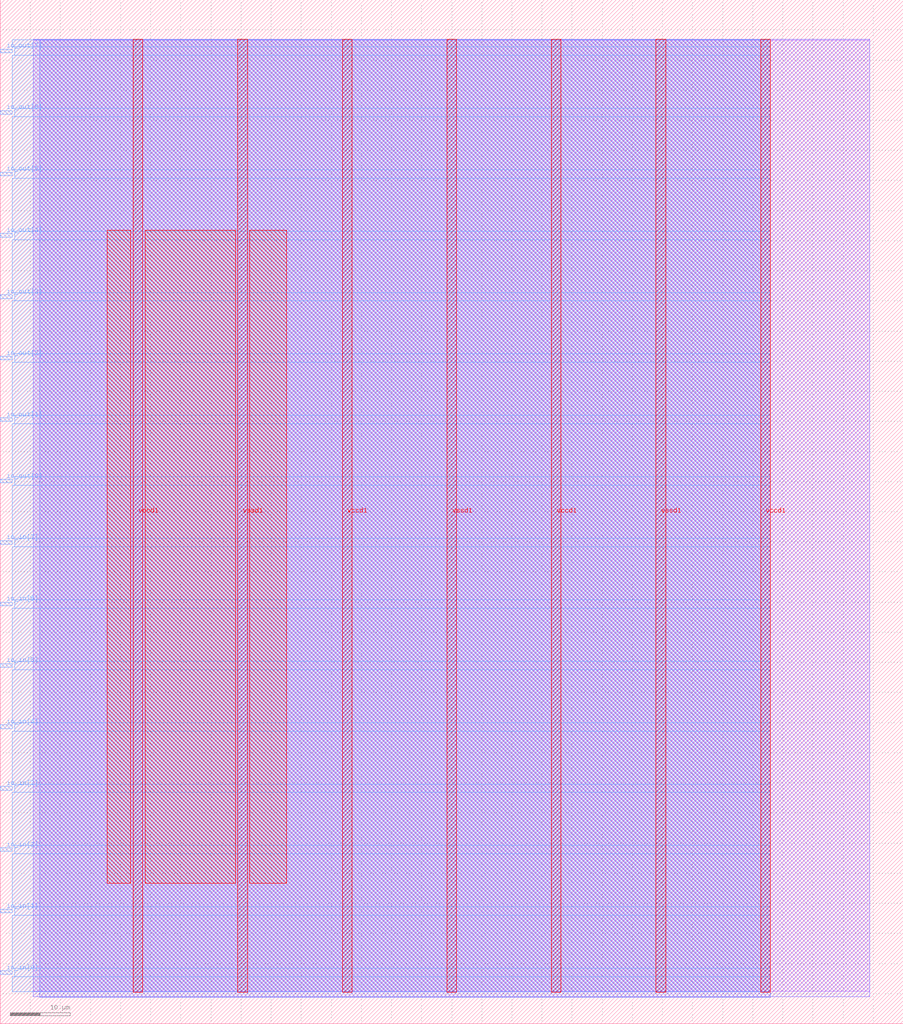
<source format=lef>
VERSION 5.7 ;
  NOWIREEXTENSIONATPIN ON ;
  DIVIDERCHAR "/" ;
  BUSBITCHARS "[]" ;
MACRO user_module_nickoe
  CLASS BLOCK ;
  FOREIGN user_module_nickoe ;
  ORIGIN 0.000 0.000 ;
  SIZE 150.000 BY 170.000 ;
  PIN io_in[0]
    DIRECTION INPUT ;
    USE SIGNAL ;
    PORT
      LAYER met3 ;
        RECT 0.000 8.200 2.000 8.800 ;
    END
  END io_in[0]
  PIN io_in[1]
    DIRECTION INPUT ;
    USE SIGNAL ;
    PORT
      LAYER met3 ;
        RECT 0.000 18.400 2.000 19.000 ;
    END
  END io_in[1]
  PIN io_in[2]
    DIRECTION INPUT ;
    USE SIGNAL ;
    PORT
      LAYER met3 ;
        RECT 0.000 28.600 2.000 29.200 ;
    END
  END io_in[2]
  PIN io_in[3]
    DIRECTION INPUT ;
    USE SIGNAL ;
    PORT
      LAYER met3 ;
        RECT 0.000 38.800 2.000 39.400 ;
    END
  END io_in[3]
  PIN io_in[4]
    DIRECTION INPUT ;
    USE SIGNAL ;
    PORT
      LAYER met3 ;
        RECT 0.000 49.000 2.000 49.600 ;
    END
  END io_in[4]
  PIN io_in[5]
    DIRECTION INPUT ;
    USE SIGNAL ;
    PORT
      LAYER met3 ;
        RECT 0.000 59.200 2.000 59.800 ;
    END
  END io_in[5]
  PIN io_in[6]
    DIRECTION INPUT ;
    USE SIGNAL ;
    PORT
      LAYER met3 ;
        RECT 0.000 69.400 2.000 70.000 ;
    END
  END io_in[6]
  PIN io_in[7]
    DIRECTION INPUT ;
    USE SIGNAL ;
    PORT
      LAYER met3 ;
        RECT 0.000 79.600 2.000 80.200 ;
    END
  END io_in[7]
  PIN io_out[0]
    DIRECTION OUTPUT TRISTATE ;
    USE SIGNAL ;
    PORT
      LAYER met3 ;
        RECT 0.000 89.800 2.000 90.400 ;
    END
  END io_out[0]
  PIN io_out[1]
    DIRECTION OUTPUT TRISTATE ;
    USE SIGNAL ;
    PORT
      LAYER met3 ;
        RECT 0.000 100.000 2.000 100.600 ;
    END
  END io_out[1]
  PIN io_out[2]
    DIRECTION OUTPUT TRISTATE ;
    USE SIGNAL ;
    PORT
      LAYER met3 ;
        RECT 0.000 110.200 2.000 110.800 ;
    END
  END io_out[2]
  PIN io_out[3]
    DIRECTION OUTPUT TRISTATE ;
    USE SIGNAL ;
    PORT
      LAYER met3 ;
        RECT 0.000 120.400 2.000 121.000 ;
    END
  END io_out[3]
  PIN io_out[4]
    DIRECTION OUTPUT TRISTATE ;
    USE SIGNAL ;
    PORT
      LAYER met3 ;
        RECT 0.000 130.600 2.000 131.200 ;
    END
  END io_out[4]
  PIN io_out[5]
    DIRECTION OUTPUT TRISTATE ;
    USE SIGNAL ;
    PORT
      LAYER met3 ;
        RECT 0.000 140.800 2.000 141.400 ;
    END
  END io_out[5]
  PIN io_out[6]
    DIRECTION OUTPUT TRISTATE ;
    USE SIGNAL ;
    PORT
      LAYER met3 ;
        RECT 0.000 151.000 2.000 151.600 ;
    END
  END io_out[6]
  PIN io_out[7]
    DIRECTION OUTPUT TRISTATE ;
    USE SIGNAL ;
    PORT
      LAYER met3 ;
        RECT 0.000 161.200 2.000 161.800 ;
    END
  END io_out[7]
  PIN vccd1
    DIRECTION INOUT ;
    USE POWER ;
    PORT
      LAYER met4 ;
        RECT 22.090 5.200 23.690 163.440 ;
    END
    PORT
      LAYER met4 ;
        RECT 56.830 5.200 58.430 163.440 ;
    END
    PORT
      LAYER met4 ;
        RECT 91.570 5.200 93.170 163.440 ;
    END
    PORT
      LAYER met4 ;
        RECT 126.310 5.200 127.910 163.440 ;
    END
  END vccd1
  PIN vssd1
    DIRECTION INOUT ;
    USE GROUND ;
    PORT
      LAYER met4 ;
        RECT 39.460 5.200 41.060 163.440 ;
    END
    PORT
      LAYER met4 ;
        RECT 74.200 5.200 75.800 163.440 ;
    END
    PORT
      LAYER met4 ;
        RECT 108.940 5.200 110.540 163.440 ;
    END
  END vssd1
  OBS
      LAYER li1 ;
        RECT 5.520 5.355 144.440 163.285 ;
      LAYER met1 ;
        RECT 5.520 4.460 144.440 163.440 ;
      LAYER met2 ;
        RECT 6.530 4.430 127.880 163.385 ;
      LAYER met3 ;
        RECT 2.000 162.200 127.900 163.365 ;
        RECT 2.400 160.800 127.900 162.200 ;
        RECT 2.000 152.000 127.900 160.800 ;
        RECT 2.400 150.600 127.900 152.000 ;
        RECT 2.000 141.800 127.900 150.600 ;
        RECT 2.400 140.400 127.900 141.800 ;
        RECT 2.000 131.600 127.900 140.400 ;
        RECT 2.400 130.200 127.900 131.600 ;
        RECT 2.000 121.400 127.900 130.200 ;
        RECT 2.400 120.000 127.900 121.400 ;
        RECT 2.000 111.200 127.900 120.000 ;
        RECT 2.400 109.800 127.900 111.200 ;
        RECT 2.000 101.000 127.900 109.800 ;
        RECT 2.400 99.600 127.900 101.000 ;
        RECT 2.000 90.800 127.900 99.600 ;
        RECT 2.400 89.400 127.900 90.800 ;
        RECT 2.000 80.600 127.900 89.400 ;
        RECT 2.400 79.200 127.900 80.600 ;
        RECT 2.000 70.400 127.900 79.200 ;
        RECT 2.400 69.000 127.900 70.400 ;
        RECT 2.000 60.200 127.900 69.000 ;
        RECT 2.400 58.800 127.900 60.200 ;
        RECT 2.000 50.000 127.900 58.800 ;
        RECT 2.400 48.600 127.900 50.000 ;
        RECT 2.000 39.800 127.900 48.600 ;
        RECT 2.400 38.400 127.900 39.800 ;
        RECT 2.000 29.600 127.900 38.400 ;
        RECT 2.400 28.200 127.900 29.600 ;
        RECT 2.000 19.400 127.900 28.200 ;
        RECT 2.400 18.000 127.900 19.400 ;
        RECT 2.000 9.200 127.900 18.000 ;
        RECT 2.400 7.800 127.900 9.200 ;
        RECT 2.000 5.275 127.900 7.800 ;
      LAYER met4 ;
        RECT 17.775 23.295 21.690 131.745 ;
        RECT 24.090 23.295 39.060 131.745 ;
        RECT 41.460 23.295 47.545 131.745 ;
  END
END user_module_nickoe
END LIBRARY


</source>
